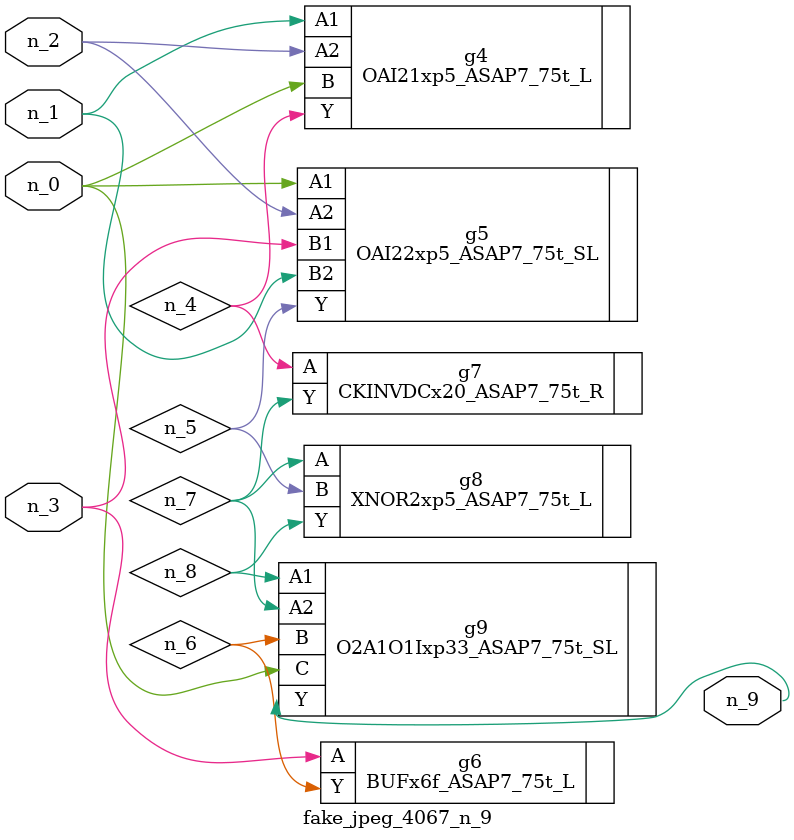
<source format=v>
module fake_jpeg_4067_n_9 (n_0, n_3, n_2, n_1, n_9);

input n_0;
input n_3;
input n_2;
input n_1;

output n_9;

wire n_4;
wire n_8;
wire n_6;
wire n_5;
wire n_7;

OAI21xp5_ASAP7_75t_L g4 ( 
.A1(n_1),
.A2(n_2),
.B(n_0),
.Y(n_4)
);

OAI22xp5_ASAP7_75t_SL g5 ( 
.A1(n_0),
.A2(n_2),
.B1(n_3),
.B2(n_1),
.Y(n_5)
);

BUFx6f_ASAP7_75t_L g6 ( 
.A(n_3),
.Y(n_6)
);

CKINVDCx20_ASAP7_75t_R g7 ( 
.A(n_4),
.Y(n_7)
);

XNOR2xp5_ASAP7_75t_L g8 ( 
.A(n_7),
.B(n_5),
.Y(n_8)
);

O2A1O1Ixp33_ASAP7_75t_SL g9 ( 
.A1(n_8),
.A2(n_7),
.B(n_6),
.C(n_0),
.Y(n_9)
);


endmodule
</source>
